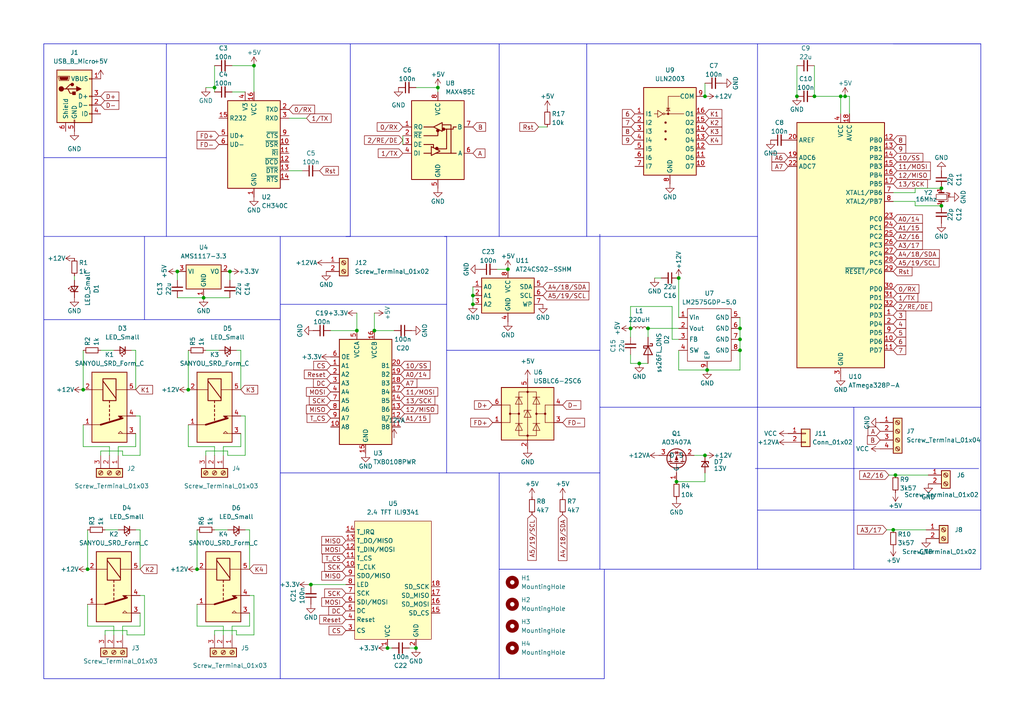
<source format=kicad_sch>
(kicad_sch (version 20230121) (generator eeschema)
  (paper "A4")
  (junction (at 62.23 25.4))
  (junction (at 57.15 165.1))
  (junction (at 214.63 95.25))
  (junction (at 120.65 187.96))
  (junction (at 273.05 54.61))
  (junction (at 185.42 105.41))
  (junction (at 231.14 27.94))
  (junction (at 214.63 101.6))
  (junction (at 24.13 113.03))
  (junction (at 112.395 187.96))
  (junction (at 205.105 107.315))
  (junction (at 196.215 139.7))
  (junction (at 196.85 80.645))
  (junction (at 259.08 153.67))
  (junction (at 236.22 27.94))
  (junction (at 25.4 165.1))
  (junction (at 103.505 95.885))
  (junction (at 147.32 78.105))
  (junction (at 182.88 95.25))
  (junction (at 245.11 27.94))
  (junction (at 108.585 95.885))
  (junction (at 204.47 27.94))
  (junction (at 273.05 59.69))
  (junction (at 59.055 86.36))
  (junction (at 137.16 88.265))
  (junction (at 90.17 169.545))
  (junction (at 66.675 78.74))
  (junction (at 187.96 95.25))
  (junction (at 259.715 137.795))
  (junction (at 137.16 85.725))
  (junction (at 54.61 113.03))
  (junction (at 51.435 78.74))
  (junction (at 243.84 27.94))
  (junction (at 127 25.4))
  (junction (at 204.47 132.08))
  (junction (at 73.66 19.05))
  (junction (at 214.63 98.425))
  (polyline (pts (xy 144.78 196.85) (xy 144.78 137.16)))
  (wire (pts (xy 214.63 98.425) (xy 214.63 101.6)))
  (wire (pts (xy 89.535 169.545) (xy 90.17 169.545)))
  (polyline (pts (xy 12.7 12.7) (xy 12.7 196.85)))
  (wire (pts (xy 72.39 165.1) (xy 72.39 153.67)))
  (polyline (pts (xy 170.18 12.7) (xy 170.18 68.58)))
  (wire (pts (xy 73.66 172.72) (xy 73.66 184.15)))
  (wire (pts (xy 54.61 123.19) (xy 54.61 129.54)))
  (polyline (pts (xy 144.78 12.7) (xy 144.78 68.58)))
  (wire (pts (xy 265.43 59.69) (xy 273.05 59.69)))
  (wire (pts (xy 156.21 36.83) (xy 158.75 36.83)))
  (polyline (pts (xy 129.54 137.16) (xy 129.54 68.58)))
  (wire (pts (xy 59.055 86.36) (xy 66.675 86.36)))
  (polyline (pts (xy 247.65 135.89) (xy 247.65 165.1)))
  (wire (pts (xy 51.435 78.74) (xy 51.435 81.28)))
  (wire (pts (xy 68.58 182.88) (xy 62.23 182.88)))
  (polyline (pts (xy 12.7 196.85) (xy 175.26 196.85)))
  (wire (pts (xy 201.295 132.08) (xy 204.47 132.08)))
  (wire (pts (xy 29.21 130.81) (xy 29.21 132.08)))
  (wire (pts (xy 182.88 95.25) (xy 182.88 97.79)))
  (wire (pts (xy 62.23 25.4) (xy 62.23 26.67)))
  (polyline (pts (xy 48.26 12.7) (xy 48.26 68.58)))
  (polyline (pts (xy 173.99 118.11) (xy 219.71 118.11)))
  (wire (pts (xy 33.02 184.15) (xy 33.02 181.61)))
  (wire (pts (xy 59.69 101.6) (xy 63.5 101.6)))
  (wire (pts (xy 214.63 107.315) (xy 205.105 107.315)))
  (wire (pts (xy 196.85 107.315) (xy 205.105 107.315)))
  (wire (pts (xy 59.69 130.81) (xy 59.69 132.08)))
  (wire (pts (xy 196.215 139.7) (xy 204.47 139.7)))
  (polyline (pts (xy 129.54 68.58) (xy 128.905 68.58)))
  (wire (pts (xy 71.12 132.08) (xy 66.04 132.08)))
  (wire (pts (xy 112.395 187.96) (xy 113.665 187.96)))
  (wire (pts (xy 35.56 132.08) (xy 35.56 130.81)))
  (wire (pts (xy 108.585 90.805) (xy 108.585 95.885)))
  (wire (pts (xy 144.145 78.105) (xy 147.32 78.105)))
  (wire (pts (xy 39.37 113.03) (xy 39.37 101.6)))
  (polyline (pts (xy 12.7 68.58) (xy 219.71 68.58)))
  (polyline (pts (xy 129.54 101.6) (xy 173.99 101.6)))
  (wire (pts (xy 57.15 175.26) (xy 57.15 181.61)))
  (wire (pts (xy 54.61 101.6) (xy 54.61 113.03)))
  (polyline (pts (xy 284.48 165.1) (xy 284.48 12.7)))
  (wire (pts (xy 236.22 27.94) (xy 243.84 27.94)))
  (polyline (pts (xy 101.6 68.58) (xy 100.33 68.58)))
  (wire (pts (xy 31.75 132.08) (xy 31.75 129.54)))
  (wire (pts (xy 67.31 26.67) (xy 71.12 26.67)))
  (wire (pts (xy 118.745 187.96) (xy 120.65 187.96)))
  (wire (pts (xy 236.22 19.05) (xy 236.22 27.94)))
  (wire (pts (xy 25.4 153.67) (xy 25.4 165.1)))
  (wire (pts (xy 24.13 123.19) (xy 24.13 129.54)))
  (wire (pts (xy 72.39 153.67) (xy 71.12 153.67)))
  (wire (pts (xy 40.64 165.1) (xy 40.64 153.67)))
  (polyline (pts (xy 219.71 147.955) (xy 284.48 147.955)))
  (wire (pts (xy 39.37 120.65) (xy 40.64 120.65)))
  (wire (pts (xy 73.66 19.05) (xy 73.66 26.67)))
  (wire (pts (xy 204.47 24.13) (xy 204.47 27.94)))
  (wire (pts (xy 24.13 129.54) (xy 31.75 129.54)))
  (wire (pts (xy 64.77 132.08) (xy 64.77 129.54)))
  (wire (pts (xy 116.84 39.37) (xy 116.84 41.91)))
  (wire (pts (xy 196.85 101.6) (xy 196.85 107.315)))
  (wire (pts (xy 259.08 58.42) (xy 265.43 58.42)))
  (wire (pts (xy 25.4 181.61) (xy 33.02 181.61)))
  (polyline (pts (xy 81.28 88.265) (xy 129.54 88.265)))
  (wire (pts (xy 41.91 172.72) (xy 41.91 184.15)))
  (wire (pts (xy 34.29 132.08) (xy 34.29 129.54)))
  (polyline (pts (xy 175.26 165.1) (xy 284.48 165.1)))
  (wire (pts (xy 259.715 137.795) (xy 269.24 137.795)))
  (wire (pts (xy 72.39 172.72) (xy 73.66 172.72)))
  (wire (pts (xy 187.96 95.25) (xy 196.85 95.25)))
  (polyline (pts (xy 101.6 12.7) (xy 101.6 68.58)))
  (wire (pts (xy 40.64 177.8) (xy 40.64 181.61)))
  (wire (pts (xy 120.65 25.4) (xy 127 25.4)))
  (wire (pts (xy 103.505 90.805) (xy 103.505 95.885)))
  (wire (pts (xy 67.31 184.15) (xy 67.31 181.61)))
  (wire (pts (xy 66.04 130.81) (xy 59.69 130.81)))
  (wire (pts (xy 69.85 125.73) (xy 69.85 129.54)))
  (wire (pts (xy 67.31 19.05) (xy 73.66 19.05)))
  (wire (pts (xy 62.23 153.67) (xy 66.04 153.67)))
  (polyline (pts (xy 144.78 137.16) (xy 173.99 137.16)))
  (polyline (pts (xy 173.99 67.945) (xy 173.99 165.1)))
  (wire (pts (xy 257.175 153.67) (xy 259.08 153.67)))
  (wire (pts (xy 40.64 153.67) (xy 39.37 153.67)))
  (wire (pts (xy 185.42 105.41) (xy 187.96 105.41)))
  (polyline (pts (xy 81.28 92.71) (xy 12.7 92.71)))
  (wire (pts (xy 25.4 175.26) (xy 25.4 181.61)))
  (wire (pts (xy 246.38 33.02) (xy 246.38 27.94)))
  (wire (pts (xy 66.04 132.08) (xy 66.04 130.81)))
  (wire (pts (xy 257.81 137.795) (xy 259.715 137.795)))
  (polyline (pts (xy 81.28 68.58) (xy 81.28 92.71)))
  (polyline (pts (xy 219.71 118.11) (xy 284.48 118.11)))
  (wire (pts (xy 187.96 95.25) (xy 187.96 97.79)))
  (wire (pts (xy 95.885 95.885) (xy 103.505 95.885)))
  (wire (pts (xy 71.12 120.65) (xy 71.12 132.08)))
  (wire (pts (xy 30.48 182.88) (xy 30.48 184.15)))
  (wire (pts (xy 259.08 55.88) (xy 265.43 55.88)))
  (wire (pts (xy 67.31 181.61) (xy 72.39 181.61)))
  (wire (pts (xy 243.84 27.94) (xy 243.84 33.02)))
  (polyline (pts (xy 41.91 68.58) (xy 41.91 92.71)))
  (wire (pts (xy 40.64 120.65) (xy 40.64 132.08)))
  (wire (pts (xy 69.85 101.6) (xy 68.58 101.6)))
  (wire (pts (xy 182.88 88.9) (xy 182.88 95.25)))
  (wire (pts (xy 182.88 105.41) (xy 185.42 105.41)))
  (wire (pts (xy 36.83 184.15) (xy 36.83 182.88)))
  (wire (pts (xy 69.85 113.03) (xy 69.85 101.6)))
  (wire (pts (xy 57.15 181.61) (xy 64.77 181.61)))
  (polyline (pts (xy 284.48 12.7) (xy 12.7 12.7)))
  (wire (pts (xy 39.37 125.73) (xy 39.37 129.54)))
  (polyline (pts (xy 175.26 196.85) (xy 175.26 165.1)))
  (wire (pts (xy 265.43 58.42) (xy 265.43 59.69)))
  (wire (pts (xy 35.56 181.61) (xy 40.64 181.61)))
  (polyline (pts (xy 81.28 196.85) (xy 81.28 92.71)))
  (wire (pts (xy 214.63 92.075) (xy 214.63 95.25)))
  (wire (pts (xy 51.435 86.36) (xy 59.055 86.36)))
  (wire (pts (xy 29.21 101.6) (xy 33.02 101.6)))
  (wire (pts (xy 30.48 153.67) (xy 34.29 153.67)))
  (wire (pts (xy 41.91 184.15) (xy 36.83 184.15)))
  (wire (pts (xy 246.38 27.94) (xy 245.11 27.94)))
  (wire (pts (xy 137.16 85.725) (xy 137.16 88.265)))
  (wire (pts (xy 214.63 101.6) (xy 214.63 107.315)))
  (wire (pts (xy 245.11 27.94) (xy 243.84 27.94)))
  (polyline (pts (xy 219.71 12.7) (xy 219.71 165.1)))
  (wire (pts (xy 88.9 34.29) (xy 83.82 34.29)))
  (wire (pts (xy 265.43 54.61) (xy 273.05 54.61)))
  (wire (pts (xy 182.88 102.87) (xy 182.88 105.41)))
  (wire (pts (xy 35.56 184.15) (xy 35.56 181.61)))
  (wire (pts (xy 34.29 129.54) (xy 39.37 129.54)))
  (polyline (pts (xy 219.075 135.89) (xy 283.845 135.89)))
  (wire (pts (xy 54.61 129.54) (xy 62.23 129.54)))
  (wire (pts (xy 196.85 80.645) (xy 196.85 92.075)))
  (wire (pts (xy 64.77 129.54) (xy 69.85 129.54)))
  (wire (pts (xy 40.64 132.08) (xy 35.56 132.08)))
  (polyline (pts (xy 144.78 137.16) (xy 81.28 137.16)))
  (wire (pts (xy 204.47 137.16) (xy 204.47 139.7)))
  (wire (pts (xy 73.66 184.15) (xy 68.58 184.15)))
  (wire (pts (xy 194.945 98.425) (xy 194.945 88.9)))
  (wire (pts (xy 35.56 130.81) (xy 29.21 130.81)))
  (wire (pts (xy 64.77 184.15) (xy 64.77 181.61)))
  (wire (pts (xy 62.23 182.88) (xy 62.23 184.15)))
  (wire (pts (xy 40.64 172.72) (xy 41.91 172.72)))
  (wire (pts (xy 189.865 80.645) (xy 191.77 80.645)))
  (wire (pts (xy 90.17 169.545) (xy 90.17 170.18)))
  (polyline (pts (xy 259.08 12.7) (xy 284.48 12.7)))
  (wire (pts (xy 24.13 101.6) (xy 24.13 113.03)))
  (wire (pts (xy 66.675 78.74) (xy 66.675 81.28)))
  (wire (pts (xy 72.39 177.8) (xy 72.39 181.61)))
  (polyline (pts (xy 12.7 45.72) (xy 48.26 45.72)))
  (wire (pts (xy 127 25.4) (xy 127 26.67)))
  (wire (pts (xy 39.37 101.6) (xy 38.1 101.6)))
  (wire (pts (xy 265.43 55.88) (xy 265.43 54.61)))
  (wire (pts (xy 21.59 80.01) (xy 21.59 81.28)))
  (wire (pts (xy 259.08 153.67) (xy 268.605 153.67)))
  (wire (pts (xy 196.85 98.425) (xy 194.945 98.425)))
  (polyline (pts (xy 247.65 118.11) (xy 247.65 135.89)))
  (wire (pts (xy 231.14 19.05) (xy 231.14 27.94)))
  (wire (pts (xy 68.58 184.15) (xy 68.58 182.88)))
  (wire (pts (xy 36.83 182.88) (xy 30.48 182.88)))
  (polyline (pts (xy 144.78 165.1) (xy 175.26 165.1)))
  (wire (pts (xy 69.85 120.65) (xy 71.12 120.65)))
  (wire (pts (xy 62.23 19.05) (xy 62.23 25.4)))
  (wire (pts (xy 62.23 132.08) (xy 62.23 129.54)))
  (wire (pts (xy 57.15 153.67) (xy 57.15 165.1)))
  (wire (pts (xy 214.63 95.25) (xy 214.63 98.425)))
  (wire (pts (xy 83.82 49.53) (xy 87.63 49.53)))
  (wire (pts (xy 108.585 95.885) (xy 114.3 95.885)))
  (wire (pts (xy 90.17 169.545) (xy 100.33 169.545)))
  (wire (pts (xy 194.945 88.9) (xy 182.88 88.9)))
  (wire (pts (xy 137.16 83.185) (xy 137.16 85.725)))
  (wire (pts (xy 59.69 25.4) (xy 62.23 25.4)))
  (global_label "MOSI" (shape input) (at 100.33 159.385 180) (property "Intersheetrefs" "${INTERSHEET_REFS}" (effects hide)))
  (global_label "9" (shape input) (at 184.15 40.64 180) (property "Intersheetrefs" "${INTERSHEET_REFS}" (effects hide)))
  (global_label "A3{slash}17" (shape input) (at 257.175 153.67 180) (property "Intersheetrefs" "${INTERSHEET_REFS}" (effects hide)))
  (global_label "11{slash}MOSI" (shape input) (at 116.205 113.665 0) (property "Intersheetrefs" "${INTERSHEET_REFS}" (effects hide)))
  (global_label "1{slash}TX" (shape input) (at 116.84 44.45 180) (property "Intersheetrefs" "${INTERSHEET_REFS}" (effects hide)))
  (global_label "K2" (shape input) (at 204.47 35.56 0) (property "Intersheetrefs" "${INTERSHEET_REFS}" (effects hide)))
  (global_label "B" (shape input) (at 255.27 127.635 180) (property "Intersheetrefs" "${INTERSHEET_REFS}" (effects hide)))
  (global_label "10{slash}SS" (shape input) (at 259.08 45.72 0) (property "Intersheetrefs" "${INTERSHEET_REFS}" (effects hide)))
  (global_label "D+" (shape input) (at 142.875 117.475 180) (property "Intersheetrefs" "${INTERSHEET_REFS}" (effects hide)))
  (global_label "A6" (shape input) (at 228.6 45.72 180) (property "Intersheetrefs" "${INTERSHEET_REFS}" (effects hide)))
  (global_label "12{slash}MISO" (shape input) (at 259.08 50.8 0) (property "Intersheetrefs" "${INTERSHEET_REFS}" (effects hide)))
  (global_label "A5{slash}19{slash}SCL" (shape input) (at 154.305 149.225 270) (property "Intersheetrefs" "${INTERSHEET_REFS}" (effects hide)))
  (global_label "MOSI" (shape input) (at 95.885 113.665 180) (property "Intersheetrefs" "${INTERSHEET_REFS}" (effects hide)))
  (global_label "0{slash}RX" (shape input) (at 83.82 31.75 0) (property "Intersheetrefs" "${INTERSHEET_REFS}" (effects hide)))
  (global_label "MISO" (shape input) (at 95.885 118.745 180) (property "Intersheetrefs" "${INTERSHEET_REFS}" (effects hide)))
  (global_label "K4" (shape input) (at 204.47 40.64 0) (property "Intersheetrefs" "${INTERSHEET_REFS}" (effects hide)))
  (global_label "D+" (shape input) (at 29.21 27.94 0) (property "Intersheetrefs" "${INTERSHEET_REFS}" (effects hide)))
  (global_label "MISO" (shape input) (at 100.33 167.005 180) (property "Intersheetrefs" "${INTERSHEET_REFS}" (effects hide)))
  (global_label "FD-" (shape input) (at 63.5 41.91 180) (property "Intersheetrefs" "${INTERSHEET_REFS}" (effects hide)))
  (global_label "SCK" (shape input) (at 95.885 116.205 180) (property "Intersheetrefs" "${INTERSHEET_REFS}" (effects hide)))
  (global_label "Reset" (shape input) (at 100.33 179.705 180) (property "Intersheetrefs" "${INTERSHEET_REFS}" (effects hide)))
  (global_label "K4" (shape input) (at 72.39 165.1 0) (property "Intersheetrefs" "${INTERSHEET_REFS}" (effects hide)))
  (global_label "D-" (shape input) (at 163.195 117.475 0) (property "Intersheetrefs" "${INTERSHEET_REFS}" (effects hide)))
  (global_label "A4{slash}18{slash}SDA" (shape input) (at 163.195 149.225 270) (property "Intersheetrefs" "${INTERSHEET_REFS}" (effects hide)))
  (global_label "A5{slash}19{slash}SCL" (shape input) (at 157.48 85.725 0) (property "Intersheetrefs" "${INTERSHEET_REFS}" (effects hide)))
  (global_label "CS" (shape input) (at 95.885 106.045 180) (property "Intersheetrefs" "${INTERSHEET_REFS}" (effects hide)))
  (global_label "K2" (shape input) (at 40.64 165.1 0) (property "Intersheetrefs" "${INTERSHEET_REFS}" (effects hide)))
  (global_label "3" (shape input) (at 259.08 91.44 0) (property "Intersheetrefs" "${INTERSHEET_REFS}" (effects hide)))
  (global_label "2{slash}RE{slash}DE" (shape input) (at 259.08 88.9 0) (property "Intersheetrefs" "${INTERSHEET_REFS}" (effects hide)))
  (global_label "DC" (shape input) (at 95.885 111.125 180) (property "Intersheetrefs" "${INTERSHEET_REFS}" (effects hide)))
  (global_label "13{slash}SCK" (shape input) (at 259.08 53.34 0) (property "Intersheetrefs" "${INTERSHEET_REFS}" (effects hide)))
  (global_label "6" (shape input) (at 184.15 33.02 180) (property "Intersheetrefs" "${INTERSHEET_REFS}" (effects hide)))
  (global_label "8" (shape input) (at 184.15 38.1 180) (property "Intersheetrefs" "${INTERSHEET_REFS}" (effects hide)))
  (global_label "Rst" (shape input) (at 259.08 78.74 0) (property "Intersheetrefs" "${INTERSHEET_REFS}" (effects hide)))
  (global_label "A7" (shape input) (at 228.6 48.26 180) (property "Intersheetrefs" "${INTERSHEET_REFS}" (effects hide)))
  (global_label "MISO" (shape input) (at 100.33 156.845 180) (property "Intersheetrefs" "${INTERSHEET_REFS}" (effects hide)))
  (global_label "12{slash}MISO" (shape input) (at 116.205 118.745 0) (property "Intersheetrefs" "${INTERSHEET_REFS}" (effects hide)))
  (global_label "A2{slash}16" (shape input) (at 257.81 137.795 180) (property "Intersheetrefs" "${INTERSHEET_REFS}" (effects hide)))
  (global_label "13{slash}SCK" (shape input) (at 116.205 116.205 0) (property "Intersheetrefs" "${INTERSHEET_REFS}" (effects hide)))
  (global_label "9" (shape input) (at 259.08 43.18 0) (property "Intersheetrefs" "${INTERSHEET_REFS}" (effects hide)))
  (global_label "7" (shape input) (at 259.08 101.6 0) (property "Intersheetrefs" "${INTERSHEET_REFS}" (effects hide)))
  (global_label "A0{slash}14" (shape input) (at 259.08 63.5 0) (property "Intersheetrefs" "${INTERSHEET_REFS}" (effects hide)))
  (global_label "B" (shape input) (at 137.16 36.83 0) (property "Intersheetrefs" "${INTERSHEET_REFS}" (effects hide)))
  (global_label "A2{slash}16" (shape input) (at 259.08 68.58 0) (property "Intersheetrefs" "${INTERSHEET_REFS}" (effects hide)))
  (global_label "0{slash}RX" (shape input) (at 259.08 83.82 0) (property "Intersheetrefs" "${INTERSHEET_REFS}" (effects hide)))
  (global_label "Rst" (shape input) (at 156.21 36.83 180) (property "Intersheetrefs" "${INTERSHEET_REFS}" (effects hide)))
  (global_label "A" (shape input) (at 255.27 125.095 180) (property "Intersheetrefs" "${INTERSHEET_REFS}" (effects hide)))
  (global_label "A" (shape input) (at 137.16 44.45 0) (property "Intersheetrefs" "${INTERSHEET_REFS}" (effects hide)))
  (global_label "K3" (shape input) (at 69.85 113.03 0) (property "Intersheetrefs" "${INTERSHEET_REFS}" (effects hide)))
  (global_label "A1{slash}15" (shape input) (at 259.08 66.04 0) (property "Intersheetrefs" "${INTERSHEET_REFS}" (effects hide)))
  (global_label "FD-" (shape input) (at 163.195 122.555 0) (property "Intersheetrefs" "${INTERSHEET_REFS}" (effects hide)))
  (global_label "A4{slash}18{slash}SDA" (shape input) (at 259.08 73.66 0) (property "Intersheetrefs" "${INTERSHEET_REFS}" (effects hide)))
  (global_label "T_CS" (shape input) (at 100.33 161.925 180) (property "Intersheetrefs" "${INTERSHEET_REFS}" (effects hide)))
  (global_label "A3{slash}17" (shape input) (at 259.08 71.12 0) (property "Intersheetrefs" "${INTERSHEET_REFS}" (effects hide)))
  (global_label "FD+" (shape input) (at 142.875 122.555 180) (property "Intersheetrefs" "${INTERSHEET_REFS}" (effects hide)))
  (global_label "Reset" (shape input) (at 95.885 108.585 180) (property "Intersheetrefs" "${INTERSHEET_REFS}" (effects hide)))
  (global_label "D-" (shape input) (at 29.21 30.48 0) (property "Intersheetrefs" "${INTERSHEET_REFS}" (effects hide)))
  (global_label "10{slash}SS" (shape input) (at 116.205 106.045 0) (property "Intersheetrefs" "${INTERSHEET_REFS}" (effects hide)))
  (global_label "1{slash}TX" (shape input) (at 88.9 34.29 0) (property "Intersheetrefs" "${INTERSHEET_REFS}" (effects hide)))
  (global_label "A1{slash}15" (shape input) (at 116.205 121.285 0) (property "Intersheetrefs" "${INTERSHEET_REFS}" (effects hide)))
  (global_label "A5{slash}19{slash}SCL" (shape input) (at 259.08 76.2 0) (property "Intersheetrefs" "${INTERSHEET_REFS}" (effects hide)))
  (global_label "A4{slash}18{slash}SDA" (shape input) (at 157.48 83.185 0) (property "Intersheetrefs" "${INTERSHEET_REFS}" (effects hide)))
  (global_label "K1" (shape input) (at 39.37 113.03 0) (property "Intersheetrefs" "${INTERSHEET_REFS}" (effects hide)))
  (global_label "MOSI" (shape input) (at 100.33 174.625 180) (property "Intersheetrefs" "${INTERSHEET_REFS}" (effects hide)))
  (global_label "A0{slash}14" (shape input) (at 116.205 108.585 0) (property "Intersheetrefs" "${INTERSHEET_REFS}" (effects hide)))
  (global_label "8" (shape input) (at 259.08 40.64 0) (property "Intersheetrefs" "${INTERSHEET_REFS}" (effects hide)))
  (global_label "SCK" (shape input) (at 100.33 164.465 180) (property "Intersheetrefs" "${INTERSHEET_REFS}" (effects hide)))
  (global_label "DC" (shape input) (at 100.33 177.165 180) (property "Intersheetrefs" "${INTERSHEET_REFS}" (effects hide)))
  (global_label "6" (shape input) (at 259.08 99.06 0) (property "Intersheetrefs" "${INTERSHEET_REFS}" (effects hide)))
  (global_label "7" (shape input) (at 184.15 35.56 180) (property "Intersheetrefs" "${INTERSHEET_REFS}" (effects hide)))
  (global_label "4" (shape input) (at 259.08 93.98 0) (property "Intersheetrefs" "${INTERSHEET_REFS}" (effects hide)))
  (global_label "CS" (shape input) (at 100.33 182.88 180) (property "Intersheetrefs" "${INTERSHEET_REFS}" (effects hide)))
  (global_label "SCK" (shape input) (at 100.33 172.085 180) (property "Intersheetrefs" "${INTERSHEET_REFS}" (effects hide)))
  (global_label "A7" (shape input) (at 116.205 111.125 0) (property "Intersheetrefs" "${INTERSHEET_REFS}" (effects hide)))
  (global_label "0{slash}RX" (shape input) (at 116.84 36.83 180) (property "Intersheetrefs" "${INTERSHEET_REFS}" (effects hide)))
  (global_label "K3" (shape input) (at 204.47 38.1 0) (property "Intersheetrefs" "${INTERSHEET_REFS}" (effects hide)))
  (global_label "2{slash}RE{slash}DE" (shape input) (at 116.84 40.64 180) (property "Intersheetrefs" "${INTERSHEET_REFS}" (effects hide)))
  (global_label "Rst" (shape input) (at 92.71 49.53 0) (property "Intersheetrefs" "${INTERSHEET_REFS}" (effects hide)))
  (global_label "FD+" (shape input) (at 63.5 39.37 180) (property "Intersheetrefs" "${INTERSHEET_REFS}" (effects hide)))
  (global_label "K1" (shape input) (at 204.47 33.02 0) (property "Intersheetrefs" "${INTERSHEET_REFS}" (effects hide)))
  (global_label "1{slash}TX" (shape input) (at 259.08 86.36 0) (property "Intersheetrefs" "${INTERSHEET_REFS}" (effects hide)))
  (global_label "T_CS" (shape input) (at 95.885 121.285 180) (property "Intersheetrefs" "${INTERSHEET_REFS}" (effects hide)))
  (global_label "5" (shape input) (at 259.08 96.52 0) (property "Intersheetrefs" "${INTERSHEET_REFS}" (effects hide)))
  (global_label "11{slash}MOSI" (shape input) (at 259.08 48.26 0) (property "Intersheetrefs" "${INTERSHEET_REFS}" (effects hide)))
  (symbol (lib_id "power:+12V") (at 54.61 113.03 90) (unit 1)
    (property "Reference" "#PWR011" (effects hide))
    (property "Value" "+12V" (at 52.07 113.03 90) (effects (justify left)))
  )
  (symbol (lib_id "power:+5V") (at 259.08 158.75 180) (unit 1)
    (property "Reference" "#PWR042" (effects hide))
    (property "Value" "+5V" (at 259.08 162.56 0))
  )
  (symbol (lib_id "Connector:Screw_Terminal_01x03") (at 31.75 137.16 270) (unit 1)
    (property "Reference" "J2" (at 36.83 135.89 90) (effects (justify left)))
    (property "Value" "Screw_Terminal_01x03" (at 21.59 140.97 90) (effects (justify left)))
    (property "Footprint" "TerminalBlock_Phoenix:TerminalBlock_Phoenix_MKDS-1,5-3_1x03_P5.00mm_Horizontal" (effects hide))
  )
  (symbol (lib_id "power:GND") (at 273.05 64.77 0) (unit 1)
    (property "Reference" "#PWR040" (effects hide))
    (property "Value" "GND" (at 273.05 68.58 0))
  )
  (symbol (lib_id "AmojeSymbole:ILI9341_2.4_spi_240x320") (at 114.3 146.05 0) (unit 1)
    (property "Reference" "U5" (at 113.9825 146.05 0))
    (property "Value" "2.4 TFT ILI9341" (at 113.9825 148.59 0))
    (property "Footprint" "0moja:2.4 tft  ILI9341" (effects hide))
  )
  (symbol (lib_id "Relay:SANYOU_SRD_Form_C") (at 64.77 170.18 270) (unit 1)
    (property "Reference" "K4" (at 64.77 154.94 90))
    (property "Value" "SANYOU_SRD_Form_C" (at 64.77 157.48 90))
    (property "Footprint" "Relay_THT:Relay_SPDT_SANYOU_SRD_Series_Form_C" (effects hide))
    (property "Datasheet" "http://www.sanyourelay.ca/public/products/pdf/SRD.pdf" (effects hide))
  )
  (symbol (lib_id "power:+3.3V") (at 112.395 187.96 90) (unit 1)
    (property "Reference" "#PWR023" (effects hide))
    (property "Value" "+3.3V" (at 109.855 187.96 90) (effects (justify left)))
  )
  (symbol (lib_id "Device:C_Small") (at 182.88 100.33 180) (unit 1)
    (property "Reference" "C15" (at 177.8 100.33 90))
    (property "Value" "22u" (at 180.34 100.33 90))
    (property "Footprint" "Capacitor_SMD:C_0805_2012Metric_Pad1.18x1.45mm_HandSolder" (effects hide))
  )
  (symbol (lib_id "power:GND") (at 137.16 88.265 0) (unit 1)
    (property "Reference" "#PWR061" (effects hide))
    (property "Value" "GND" (at 137.16 92.075 0))
  )
  (symbol (lib_id "Device:C_Small") (at 141.605 78.105 90) (unit 1)
    (property "Reference" "C23" (at 141.605 73.025 90))
    (property "Value" "100n" (at 141.605 75.565 90))
    (property "Footprint" "Capacitor_SMD:C_0805_2012Metric_Pad1.18x1.45mm_HandSolder" (effects hide))
  )
  (symbol (lib_id "Device:R_Small") (at 158.75 34.29 0) (unit 1)
    (property "Reference" "R17" (at 160.02 33.02 0) (effects (justify left)))
    (property "Value" "10k" (at 160.02 35.56 0) (effects (justify left)))
    (property "Footprint" "Resistor_SMD:R_0805_2012Metric_Pad1.20x1.40mm_HandSolder" (effects hide))
  )
  (symbol (lib_id "Device:R_Small") (at 196.215 142.24 0) (unit 1)
    (property "Reference" "R4" (at 197.485 140.97 0) (effects (justify left)))
    (property "Value" "10k" (at 197.485 143.51 0) (effects (justify left)))
    (property "Footprint" "Resistor_SMD:R_0805_2012Metric_Pad1.20x1.40mm_HandSolder" (effects hide))
  )
  (symbol (lib_id "MCU_Microchip_ATmega:ATmega328P-A") (at 243.84 71.12 0) (unit 1)
    (property "Reference" "U10" (at 246.0341 109.22 0) (effects (justify left)))
    (property "Value" "ATmega328P-A" (at 246.0341 111.76 0) (effects (justify left)))
    (property "Footprint" "Package_QFP:TQFP-32_7x7mm_P0.8mm" (effects hide))
    (property "Datasheet" "http://ww1.microchip.com/downloads/en/DeviceDoc/ATmega328_P%20AVR%20MCU%20with%20picoPower%20Technology%20Data%20Sheet%2040001984A.pdf" (effects hide))
  )
  (symbol (lib_id "power:+5V") (at 153.035 109.855 0) (unit 1)
    (property "Reference" "#PWR019" (effects hide))
    (property "Value" "+5V" (at 153.035 104.775 0))
  )
  (symbol (lib_id "power:GND") (at 231.14 27.94 0) (unit 1)
    (property "Reference" "#PWR032" (effects hide))
    (property "Value" "GND" (at 231.14 31.75 0))
  )
  (symbol (lib_id "Device:C_Small") (at 233.68 27.94 90) (unit 1)
    (property "Reference" "C10" (at 233.68 22.86 90))
    (property "Value" "100n" (at 233.68 25.4 90))
    (property "Footprint" "Capacitor_SMD:C_0805_2012Metric_Pad1.18x1.45mm_HandSolder" (effects hide))
  )
  (symbol (lib_id "power:GND") (at 59.69 25.4 0) (unit 1)
    (property "Reference" "#PWR013" (effects hide))
    (property "Value" "GND" (at 59.69 29.21 0))
  )
  (symbol (lib_id "Device:Crystal_GND2_Small") (at 273.05 57.15 90) (unit 1)
    (property "Reference" "Y2" (at 270.51 55.88 90) (effects (justify left)))
    (property "Value" "16Mhz" (at 271.78 57.785 90) (effects (justify left)))
    (property "Footprint" "Crystal:Resonator_SMD_Murata_CSTxExxV-3Pin_3.0x1.1mm_HandSoldering" (effects hide))
  )
  (symbol (lib_id "power:GND") (at 21.59 86.36 0) (unit 1)
    (property "Reference" "#PWR03" (effects hide))
    (property "Value" "GND" (at 21.59 90.17 0))
  )
  (symbol (lib_id "power:+5V") (at 158.75 31.75 0) (unit 1)
    (property "Reference" "#PWR026" (effects hide))
    (property "Value" "+5V" (at 158.75 27.94 0))
  )
  (symbol (lib_id "Device:R_Small") (at 26.67 101.6 90) (unit 1)
    (property "Reference" "R2" (at 25.4 100.33 0) (effects (justify left)))
    (property "Value" "1k" (at 27.94 100.33 0) (effects (justify left)))
    (property "Footprint" "Resistor_SMD:R_0805_2012Metric_Pad1.20x1.40mm_HandSolder" (effects hide))
  )
  (symbol (lib_id "power:GND") (at 120.65 187.96 0) (unit 1)
    (property "Reference" "#PWR038" (effects hide))
    (property "Value" "GND" (at 120.65 191.77 0))
  )
  (symbol (lib_id "Device:R_Small") (at 27.94 153.67 90) (unit 1)
    (property "Reference" "R3" (at 26.67 152.4 0) (effects (justify left)))
    (property "Value" "1k" (at 29.21 152.4 0) (effects (justify left)))
    (property "Footprint" "Resistor_SMD:R_0805_2012Metric_Pad1.20x1.40mm_HandSolder" (effects hide))
  )
  (symbol (lib_id "Interface_USB:CH340C") (at 73.66 41.91 0) (unit 1)
    (property "Reference" "U2" (at 75.8541 57.15 0) (effects (justify left)))
    (property "Value" "CH340C" (at 75.8541 59.69 0) (effects (justify left)))
    (property "Footprint" "Package_SO:SOIC-16_3.9x9.9mm_P1.27mm" (effects hide))
    (property "Datasheet" "https://datasheet.lcsc.com/szlcsc/Jiangsu-Qin-Heng-CH340C_C84681.pdf" (effects hide))
  )
  (symbol (lib_id "Device:C_Small") (at 93.345 95.885 90) (unit 1)
    (property "Reference" "C19" (at 93.345 90.805 90))
    (property "Value" "100n" (at 93.345 93.345 90))
    (property "Footprint" "Capacitor_SMD:C_0805_2012Metric_Pad1.18x1.45mm_HandSolder" (effects hide))
  )
  (symbol (lib_id "power:GND") (at 273.05 49.53 180) (unit 1)
    (property "Reference" "#PWR039" (effects hide))
    (property "Value" "GND" (at 273.05 45.72 0))
  )
  (symbol (lib_id "power:VCC") (at 228.6 125.73 90) (unit 1)
    (property "Reference" "#PWR051" (effects hide))
    (property "Value" "VCC" (at 225.425 125.73 90) (effects (justify left)))
  )
  (symbol (lib_id "Device:C_Small") (at 64.77 19.05 90) (unit 1)
    (property "Reference" "C3" (at 64.77 13.97 90))
    (property "Value" "100n" (at 64.77 16.51 90))
    (property "Footprint" "Capacitor_SMD:C_0805_2012Metric_Pad1.18x1.45mm_HandSolder" (effects hide))
  )
  (symbol (lib_id "AmojeSymbole:AO3407A") (at 191.77 128.27 90) (unit 1)
    (property "Reference" "Q1" (at 196.215 125.73 90))
    (property "Value" "AO3407A" (at 196.215 128.27 90))
    (property "Footprint" "Package_TO_SOT_SMD:SOT-23-3" (effects hide))
  )
  (symbol (lib_id "Device:C_Small") (at 118.11 25.4 90) (unit 1)
    (property "Reference" "C6" (at 118.11 20.32 90))
    (property "Value" "100n" (at 118.11 22.86 90))
    (property "Footprint" "Capacitor_SMD:C_0805_2012Metric_Pad1.18x1.45mm_HandSolder" (effects hide))
  )
  (symbol (lib_id "power:+5V") (at 154.305 144.145 0) (unit 1)
    (property "Reference" "#PWR063" (effects hide))
    (property "Value" "+5V" (at 154.305 140.335 0))
  )
  (symbol (lib_id "power:+12VA") (at 191.135 132.08 90) (unit 1)
    (property "Reference" "#PWR066" (effects hide))
    (property "Value" "+12VA" (at 188.595 132.08 90) (effects (justify left)))
  )
  (symbol (lib_id "power:+12VA") (at 228.6 128.27 90) (unit 1)
    (property "Reference" "#PWR050" (effects hide))
    (property "Value" "+12VA" (at 226.06 128.27 90) (effects (justify left)))
  )
  (symbol (lib_id "power:GND") (at 157.48 88.265 0) (unit 1)
    (property "Reference" "#PWR060" (effects hide))
    (property "Value" "GND" (at 157.48 92.075 0))
  )
  (symbol (lib_id "power:GND") (at 119.38 95.885 90) (unit 1)
    (property "Reference" "#PWR055" (effects hide))
    (property "Value" "GND" (at 123.19 95.885 0))
  )
  (symbol (lib_id "Device:R_Small") (at 259.715 140.335 0) (unit 1)
    (property "Reference" "R9" (at 260.985 139.065 0) (effects (justify left)))
    (property "Value" "3k57" (at 260.985 141.605 0) (effects (justify left)))
    (property "Footprint" "Resistor_SMD:R_0805_2012Metric_Pad1.20x1.40mm_HandSolder" (effects hide))
  )
  (symbol (lib_id "Device:R_Small") (at 21.59 77.47 0) (unit 1)
    (property "Reference" "R1" (at 22.86 76.2 0) (effects (justify left)))
    (property "Value" "1k" (at 22.86 78.74 0) (effects (justify left)))
    (property "Footprint" "Resistor_SMD:R_0805_2012Metric_Pad1.20x1.40mm_HandSolder" (effects hide))
  )
  (symbol (lib_id "power:GND") (at 189.865 80.645 0) (unit 1)
    (property "Reference" "#PWR065" (effects hide))
    (property "Value" "GND" (at 189.865 84.455 0))
  )
  (symbol (lib_id "Device:R_Small") (at 163.195 146.685 0) (unit 1)
    (property "Reference" "R7" (at 164.465 145.415 0) (effects (justify left)))
    (property "Value" "4k7" (at 164.465 147.955 0) (effects (justify left)))
    (property "Footprint" "Resistor_SMD:R_0805_2012Metric_Pad1.20x1.40mm_HandSolder" (effects hide))
  )
  (symbol (lib_id "Mechanical:MountingHole") (at 148.59 181.61 0) (unit 1)
    (property "Reference" "H3" (at 151.13 180.34 0) (effects (justify left)))
    (property "Value" "MountingHole" (at 151.13 182.88 0) (effects (justify left)))
    (property "Footprint" "MountingHole:MountingHole_3.2mm_M3_Pad" (effects hide))
  )
  (symbol (lib_id "Device:C_Small") (at 90.17 49.53 90) (unit 1)
    (property "Reference" "C5" (at 90.17 44.45 90))
    (property "Value" "100n" (at 90.17 46.99 90))
    (property "Footprint" "Capacitor_SMD:C_0805_2012Metric_Pad1.18x1.45mm_HandSolder" (effects hide))
  )
  (symbol (lib_id "Power_Protection:USBLC6-2SC6") (at 153.035 120.015 0) (unit 1)
    (property "Reference" "U6" (at 154.6861 107.95 0) (effects (justify left)))
    (property "Value" "USBLC6-2SC6" (at 154.6861 110.49 0) (effects (justify left)))
    (property "Footprint" "Package_TO_SOT_SMD:SOT-23-6" (effects hide))
    (property "Datasheet" "https://www.st.com/resource/en/datasheet/usblc6-2.pdf" (effects hide))
  )
  (symbol (lib_id "Device:LED_Small") (at 66.04 101.6 180) (unit 1)
    (property "Reference" "D5" (at 65.9765 95.25 0))
    (property "Value" "LED_Small" (at 65.9765 97.79 0))
    (property "Footprint" "LED_SMD:LED_0805_2012Metric_Pad1.15x1.40mm_HandSolder" (effects hide))
  )
  (symbol (lib_id "Device:D_Zener_Small") (at 204.47 134.62 270) (unit 1)
    (property "Reference" "D7" (at 207.01 133.985 90) (effects (justify left)))
    (property "Value" "13V" (at 207.01 135.89 90) (effects (justify left)))
    (property "Footprint" "Diode_SMD:D_SOD-323_HandSoldering" (effects hide))
  )
  (symbol (lib_id "power:+12V") (at 204.47 132.08 270) (unit 1)
    (property "Reference" "#PWR08" (effects hide))
    (property "Value" "+12V" (at 207.01 132.08 90) (effects (justify left)))
  )
  (symbol (lib_id "power:GND") (at 153.035 130.175 0) (unit 1)
    (property "Reference" "#PWR027" (effects hide))
    (property "Value" "GND" (at 153.035 133.985 0))
  )
  (symbol (lib_id "Device:C_Small") (at 51.435 83.82 180) (unit 1)
    (property "Reference" "C13" (at 46.355 83.82 90))
    (property "Value" "22u" (at 48.895 83.82 90))
    (property "Footprint" "Capacitor_SMD:C_0805_2012Metric_Pad1.18x1.45mm_HandSolder" (effects hide))
  )
  (symbol (lib_id "Device:LED_Small") (at 35.56 101.6 180) (unit 1)
    (property "Reference" "D3" (at 35.4965 95.25 0))
    (property "Value" "LED_Small" (at 35.4965 97.79 0))
    (property "Footprint" "LED_SMD:LED_0805_2012Metric_Pad1.15x1.40mm_HandSolder" (effects hide))
  )
  (symbol (lib_id "power:GND") (at 223.52 40.64 0) (unit 1)
    (property "Reference" "#PWR031" (effects hide))
    (property "Value" "GND" (at 223.52 44.45 0))
  )
  (symbol (lib_id "Device:R_Small") (at 259.08 156.21 0) (unit 1)
    (property "Reference" "R10" (at 260.35 154.94 0) (effects (justify left)))
    (property "Value" "3k57" (at 260.35 157.48 0) (effects (justify left)))
    (property "Footprint" "Resistor_SMD:R_0805_2012Metric_Pad1.20x1.40mm_HandSolder" (effects hide))
  )
  (symbol (lib_id "Logic_LevelTranslator:TXB0108DQSR") (at 106.045 113.665 0) (unit 1)
    (property "Reference" "U3" (at 108.2391 131.445 0) (effects (justify left)))
    (property "Value" "TXB0108PWR" (at 108.2391 133.985 0) (effects (justify left)))
    (property "Footprint" "Package_SO:TSSOP-20_4.4x6.5mm_P0.65mm" (effects hide))
    (property "Datasheet" "http://www.ti.com/lit/ds/symlink/txb0108.pdf" (effects hide))
  )
  (symbol (lib_id "power:GND") (at 139.065 78.105 270) (unit 1)
    (property "Reference" "#PWR057" (effects hide))
    (property "Value" "GND" (at 135.255 78.105 0))
  )
  (symbol (lib_id "power:+12V") (at 21.59 74.93 90) (unit 1)
    (property "Reference" "#PWR02" (effects hide))
    (property "Value" "+12V" (at 19.05 74.93 90) (effects (justify left)))
  )
  (symbol (lib_id "Relay:SANYOU_SRD_Form_C") (at 31.75 118.11 270) (unit 1)
    (property "Reference" "K1" (at 31.75 102.87 90))
    (property "Value" "SANYOU_SRD_Form_C" (at 31.75 105.41 90))
    (property "Footprint" "Relay_THT:Relay_SPDT_SANYOU_SRD_Series_Form_C" (effects hide))
    (property "Datasheet" "http://www.sanyourelay.ca/public/products/pdf/SRD.pdf" (effects hide))
  )
  (symbol (lib_id "power:GND") (at 59.055 86.36 0) (unit 1)
    (property "Reference" "#PWR020" (effects hide))
    (property "Value" "GND" (at 59.055 90.17 0))
  )
  (symbol (lib_id "power:GND") (at 268.605 156.21 0) (unit 1)
    (property "Reference" "#PWR045" (effects hide))
    (property "Value" "GND" (at 268.605 160.02 0))
  )
  (symbol (lib_id "Connector:Screw_Terminal_01x02") (at 273.685 153.67 0) (unit 1)
    (property "Reference" "J8" (at 276.86 153.67 0) (effects (justify left)))
    (property "Value" "Screw_Terminal_01x02" (at 261.62 160.02 0) (effects (justify left)))
    (property "Footprint" "Connector_Phoenix_MC:PhoenixContact_MC_1,5_2-G-3.5_1x02_P3.50mm_Horizontal" (effects hide))
  )
  (symbol (lib_id "power:GND") (at 106.045 131.445 0) (unit 1)
    (property "Reference" "#PWR018" (effects hide))
    (property "Value" "GND" (at 106.045 135.255 0))
  )
  (symbol (lib_id "power:GND") (at 275.59 57.15 90) (unit 1)
    (property "Reference" "#PWR046" (effects hide))
    (property "Value" "GND" (at 279.4 57.15 0))
  )
  (symbol (lib_id "Device:C_Small") (at 273.05 62.23 0) (unit 1)
    (property "Reference" "C12" (at 278.13 62.23 90))
    (property "Value" "22p" (at 275.59 62.23 90))
    (property "Footprint" "Capacitor_SMD:C_0603_1608Metric_Pad1.08x0.95mm_HandSolder" (effects hide))
  )
  (symbol (lib_id "power:GND") (at 115.57 25.4 0) (unit 1)
    (property "Reference" "#PWR022" (effects hide))
    (property "Value" "GND" (at 115.57 30.48 0))
  )
  (symbol (lib_id "power:GND") (at 243.84 109.22 0) (unit 1)
    (property "Reference" "#PWR033" (effects hide))
    (property "Value" "GND" (at 243.84 113.03 0))
  )
  (symbol (lib_id "power:+12VA") (at 114.3 127 0) (unit 1)
    (property "Reference" "#PWR010" (effects hide))
    (property "Value" "+12VA" (at 114.3 121.92 0))
  )
  (symbol (lib_id "Device:C_Small") (at 194.31 80.645 270) (unit 1)
    (property "Reference" "C16" (at 194.31 85.725 90))
    (property "Value" "22u" (at 194.31 83.185 90))
    (property "Footprint" "Capacitor_SMD:C_0805_2012Metric_Pad1.18x1.45mm_HandSolder" (effects hide))
  )
  (symbol (lib_id "Connector:Screw_Terminal_01x04") (at 260.35 125.095 0) (unit 1)
    (property "Reference" "J7" (at 262.89 125.095 0) (effects (justify left)))
    (property "Value" "Screw_Terminal_01x04" (at 262.89 127.635 0) (effects (justify left)))
    (property "Footprint" "Connector_Phoenix_MC:PhoenixContact_MC_1,5_4-G-3.81_1x04_P3.81mm_Horizontal" (effects hide))
  )
  (symbol (lib_id "power:GND") (at 205.105 107.315 0) (unit 1)
    (property "Reference" "#PWR048" (effects hide))
    (property "Value" "GND" (at 205.105 111.125 0))
  )
  (symbol (lib_id "power:GND") (at 147.32 93.345 0) (unit 1)
    (property "Reference" "#PWR059" (effects hide))
    (property "Value" "GND" (at 147.32 97.155 0))
  )
  (symbol (lib_id "Device:C_Small") (at 116.205 187.96 270) (unit 1)
    (property "Reference" "C22" (at 116.205 193.04 90))
    (property "Value" "100n" (at 116.205 190.5 90))
    (property "Footprint" "Capacitor_SMD:C_0805_2012Metric_Pad1.18x1.45mm_HandSolder" (effects hide))
  )
  (symbol (lib_id "Device:C_Small") (at 116.84 95.885 270) (unit 1)
    (property "Reference" "C20" (at 116.84 100.965 90))
    (property "Value" "100n" (at 116.84 98.425 90))
    (property "Footprint" "Capacitor_SMD:C_0805_2012Metric_Pad1.18x1.45mm_HandSolder" (effects hide))
  )
  (symbol (lib_id "Device:C_Small") (at 273.05 52.07 0) (unit 1)
    (property "Reference" "C11" (at 278.13 52.07 90))
    (property "Value" "22p" (at 275.59 52.07 90))
    (property "Footprint" "Capacitor_SMD:C_0603_1608Metric_Pad1.08x0.95mm_HandSolder" (effects hide))
  )
  (symbol (lib_id "Device:R_Small") (at 59.69 153.67 90) (unit 1)
    (property "Reference" "R6" (at 58.42 152.4 0) (effects (justify left)))
    (property "Value" "1k" (at 60.96 152.4 0) (effects (justify left)))
    (property "Footprint" "Resistor_SMD:R_0805_2012Metric_Pad1.20x1.40mm_HandSolder" (effects hide))
  )
  (symbol (lib_id "Device:C_Small") (at 66.675 83.82 0) (unit 1)
    (property "Reference" "C14" (at 71.755 83.82 90))
    (property "Value" "22u" (at 69.215 83.82 90))
    (property "Footprint" "Capacitor_SMD:C_0805_2012Metric_Pad1.18x1.45mm_HandSolder" (effects hide))
  )
  (symbol (lib_id "Device:LED_Small") (at 68.58 153.67 180) (unit 1)
    (property "Reference" "D6" (at 68.5165 147.32 0))
    (property "Value" "LED_Small" (at 68.5165 149.86 0))
    (property "Footprint" "LED_SMD:LED_0805_2012Metric_Pad1.15x1.40mm_HandSolder" (effects hide))
  )
  (symbol (lib_id "Device:R_Small") (at 57.15 101.6 90) (unit 1)
    (property "Reference" "R5" (at 55.88 100.33 0) (effects (justify left)))
    (property "Value" "1k" (at 58.42 100.33 0) (effects (justify left)))
    (property "Footprint" "Resistor_SMD:R_0805_2012Metric_Pad1.20x1.40mm_HandSolder" (effects hide))
  )
  (symbol (lib_id "Memory_EEPROM:AT24CS02-SSHM") (at 147.32 85.725 0) (unit 1)
    (property "Reference" "U11" (at 149.5141 75.565 0) (effects (justify left)))
    (property "Value" "AT24CS02-SSHM" (at 149.5141 78.105 0) (effects (justify left)))
    (property "Footprint" "Package_SO:SOIC-8_3.9x4.9mm_P1.27mm" (effects hide))
    (property "Datasheet" "http://ww1.microchip.com/downloads/en/DeviceDoc/Atmel-8815-SEEPROM-AT24CS01-02-Datasheet.pdf" (effects hide))
  )
  (symbol (lib_id "Interface_UART:MAX485E") (at 127 39.37 0) (unit 1)
    (property "Reference" "U8" (at 129.1941 24.13 0) (effects (justify left)))
    (property "Value" "MAX485E" (at 129.1941 26.67 0) (effects (justify left)))
    (property "Footprint" "Package_SO:SO-8_3.9x4.9mm_P1.27mm" (effects hide))
    (property "Datasheet" "https://datasheets.maximintegrated.com/en/ds/MAX1487E-MAX491E.pdf" (effects hide))
  )
  (symbol (lib_id "power:+3.3V") (at 103.505 90.805 90) (unit 1)
    (property "Reference" "#PWR016" (effects hide))
    (property "Value" "+3.3V" (at 100.965 90.805 90) (effects (justify left)))
  )
  (symbol (lib_id "power:GND") (at 94.615 78.74 0) (unit 1)
    (property "Reference" "#PWR053" (effects hide))
    (property "Value" "GND" (at 94.615 82.55 0))
  )
  (symbol (lib_id "Connector:USB_B_Micro") (at 21.59 27.94 0) (unit 1)
    (property "Reference" "J1" (at 21.59 15.24 0))
    (property "Value" "USB_B_Micro" (at 21.59 17.78 0))
    (property "Footprint" "Connector_USB:USB_Micro-B_Amphenol_10118194_Horizontal" (effects hide))
  )
  (symbol (lib_id "power:+12V") (at 204.47 27.94 270) (unit 1)
    (property "Reference" "#PWR029" (effects hide))
    (property "Value" "+12V" (at 207.01 27.94 90) (effects (justify left)))
  )
  (symbol (lib_id "Transistor_Array:ULN2003") (at 194.31 38.1 0) (unit 1)
    (property "Reference" "U9" (at 194.31 20.32 0))
    (property "Value" "ULN2003" (at 194.31 22.86 0))
    (property "Footprint" "Package_SO:SO-16_3.9x9.9mm_P1.27mm" (effects hide))
    (property "Datasheet" "http://www.ti.com/lit/ds/symlink/uln2003a.pdf" (effects hide))
  )
  (symbol (lib_id "power:+5V") (at 73.66 19.05 0) (unit 1)
    (property "Reference" "#PWR014" (effects hide))
    (property "Value" "+5V" (at 73.66 15.24 0))
  )
  (symbol (lib_id "power:+5V") (at 259.715 142.875 180) (unit 1)
    (property "Reference" "#PWR043" (effects hide))
    (property "Value" "+5V" (at 259.715 146.685 0))
  )
  (symbol (lib_id "power:+12VA") (at 94.615 76.2 90) (unit 1)
    (property "Reference" "#PWR052" (effects hide))
    (property "Value" "+12VA" (at 92.075 76.2 90) (effects (justify left)))
  )
  (symbol (lib_id "power:+5V") (at 182.88 95.25 90) (unit 1)
    (property "Reference" "#PWR049" (effects hide))
    (property "Value" "+5V" (at 179.07 95.25 0))
  )
  (symbol (lib_id "power:+5V") (at 29.21 22.86 0) (unit 1)
    (property "Reference" "#PWR07" (effects hide))
    (property "Value" "+5V" (at 29.21 17.78 0))
  )
  (symbol (lib_id "Connector:Screw_Terminal_01x02") (at 274.32 137.795 0) (unit 1)
    (property "Reference" "J6" (at 277.495 137.795 0) (effects (justify left)))
    (property "Value" "Screw_Terminal_01x02" (at 262.255 143.51 0) (effects (justify left)))
    (property "Footprint" "Connector_Phoenix_MC:PhoenixContact_MC_1,5_2-G-3.5_1x02_P3.50mm_Horizontal" (effects hide))
  )
  (symbol (lib_id "power:GND") (at 255.27 122.555 270) (unit 1)
    (property "Reference" "#PWR035" (effects hide))
    (property "Value" "GND" (at 251.46 122.555 0))
  )
  (symbol (lib_id "power:+5V") (at 127 25.4 0) (unit 1)
    (property "Reference" "#PWR024" (effects hide))
    (property "Value" "+5V" (at 127 21.59 0))
  )
  (symbol (lib_id "Connector:Screw_Terminal_01x03") (at 62.23 137.16 270) (unit 1)
    (property "Reference" "J4" (at 67.31 135.89 90) (effects (justify left)))
    (property "Value" "Screw_Terminal_01x03" (at 53.34 140.97 90) (effects (justify left)))
    (property "Footprint" "TerminalBlock_Phoenix:TerminalBlock_Phoenix_MKDS-1,5-3_1x03_P5.00mm_Horizontal" (effects hide))
  )
  (symbol (lib_id "Device:C_Small") (at 207.01 24.13 90) (unit 1)
    (property "Reference" "C7" (at 207.01 19.05 90))
    (property "Value" "100n" (at 207.01 21.59 90))
    (property "Footprint" "Capacitor_SMD:C_0805_2012Metric_Pad1.18x1.45mm_HandSolder" (effects hide))
  )
  (symbol (lib_id "Device:C_Small") (at 90.17 172.72 180) (unit 1)
    (property "Reference" "C21" (at 85.09 172.72 90))
    (property "Value" "100n" (at 87.63 172.72 90))
    (property "Footprint" "Capacitor_SMD:C_0805_2012Metric_Pad1.18x1.45mm_HandSolder" (effects hide))
  )
  (symbol (lib_id "power:+12V") (at 25.4 165.1 90) (unit 1)
    (property "Reference" "#PWR06" (effects hide))
    (property "Value" "+12V" (at 22.86 165.1 90) (effects (justify left)))
  )
  (symbol (lib_id "power:GND") (at 209.55 24.13 90) (unit 1)
    (property "Reference" "#PWR030" (effects hide))
    (property "Value" "GND" (at 213.36 24.13 0))
  )
  (symbol (lib_id "Device:L_Small") (at 185.42 95.25 90) (unit 1)
    (property "Reference" "L1" (at 185.42 90.17 90))
    (property "Value" "220uH" (at 185.42 92.71 90))
    (property "Footprint" "Inductor_SMD:L_12x12mm_H6mm" (effects hide))
  )
  (symbol (lib_id "Device:R_Small") (at 154.305 146.685 0) (unit 1)
    (property "Reference" "R8" (at 155.575 145.415 0) (effects (justify left)))
    (property "Value" "4k7" (at 155.575 147.955 0) (effects (justify left)))
    (property "Footprint" "Resistor_SMD:R_0805_2012Metric_Pad1.20x1.40mm_HandSolder" (effects hide))
  )
  (symbol (lib_id "power:VCC") (at 255.27 130.175 90) (unit 1)
    (property "Reference" "#PWR036" (effects hide))
    (property "Value" "VCC" (at 252.095 130.175 90) (effects (justify left)))
  )
  (symbol (lib_id "power:GND") (at 194.31 53.34 0) (unit 1)
    (property "Reference" "#PWR028" (effects hide))
    (property "Value" "GND" (at 194.31 57.15 0))
  )
  (symbol (lib_id "AmojeSymbole:LM2575GDP-5.0") (at 205.105 88.9 0) (unit 1)
    (property "Reference" "U7" (at 205.74 85.09 0))
    (property "Value" "LM2575GDP-5.0" (at 205.74 87.63 0))
    (property "Footprint" "Package_SO:SOP-8-1EP_4.57x4.57mm_P1.27mm_EP4.57x4.45mm_ThermalVias" (effects hide))
  )
  (symbol (lib_id "Device:LED_Small") (at 36.83 153.67 180) (unit 1)
    (property "Reference" "D4" (at 36.7665 147.32 0))
    (property "Value" "LED_Small" (at 36.7665 149.86 0))
    (property "Footprint" "LED_SMD:LED_0805_2012Metric_Pad1.15x1.40mm_HandSolder" (effects hide))
  )
  (symbol (lib_id "Device:LED_Small") (at 21.59 83.82 90) (unit 1)
    (property "Reference" "D1" (at 27.94 83.7565 0))
    (property "Value" "LED_Small" (at 25.4 83.7565 0))
    (property "Footprint" "LED_SMD:LED_0805_2012Metric_Pad1.15x1.40mm_HandSolder" (effects hide))
  )
  (symbol (lib_id "power:GND") (at 269.24 140.335 0) (unit 1)
    (property "Reference" "#PWR044" (effects hide))
    (property "Value" "GND" (at 269.24 144.145 0))
  )
  (symbol (lib_id "power:+3.3V") (at 95.885 103.505 90) (unit 1)
    (property "Reference" "#PWR017" (effects hide))
    (property "Value" "+3.3V" (at 93.345 103.505 90) (effects (justify left)))
  )
  (symbol (lib_id "power:GND") (at 185.42 105.41 0) (unit 1)
    (property "Reference" "#PWR047" (effects hide))
    (property "Value" "GND" (at 185.42 109.22 0))
  )
  (symbol (lib_id "Device:C_Small") (at 64.77 26.67 90) (unit 1)
    (property "Reference" "C4" (at 64.77 21.59 90))
    (property "Value" "100n" (at 64.77 24.13 90))
    (property "Footprint" "Capacitor_SMD:C_0805_2012Metric_Pad1.18x1.45mm_HandSolder" (effects hide))
  )
  (symbol (lib_id "power:GND") (at 90.805 95.885 270) (unit 1)
    (property "Reference" "#PWR054" (effects hide))
    (property "Value" "GND" (at 86.995 95.885 0))
  )
  (symbol (lib_id "power:+12V") (at 24.13 113.03 90) (unit 1)
    (property "Reference" "#PWR05" (effects hide))
    (property "Value" "+12V" (at 21.59 113.03 90) (effects (justify left)))
  )
  (symbol (lib_id "power:+5V") (at 163.195 144.145 0) (unit 1)
    (property "Reference" "#PWR062" (effects hide))
    (property "Value" "+5V" (at 163.195 140.335 0))
  )
  (symbol (lib_id "Mechanical:MountingHole") (at 148.59 187.96 0) (unit 1)
    (property "Reference" "H4" (at 151.13 186.69 0) (effects (justify left)))
    (property "Value" "MountingHole" (at 151.13 189.23 0) (effects (justify left)))
    (property "Footprint" "MountingHole:MountingHole_3.2mm_M3_Pad" (effects hide))
  )
  (symbol (lib_id "Device:D_Schottky") (at 187.96 101.6 270) (unit 1)
    (property "Reference" "D2" (at 193.3575 97.155 0) (effects (justify left)))
    (property "Value" "ss26FL_ONS" (at 191.135 96.52 0) (effects (justify left)))
    (property "Footprint" "Diode_SMD:D_SOD-123F" (effects hide))
  )
  (symbol (lib_id "Connector:Screw_Terminal_01x03") (at 64.77 189.23 270) (unit 1)
    (property "Reference" "J5" (at 69.85 187.96 90) (effects (justify left)))
    (property "Value" "Screw_Terminal_01x03" (at 55.88 193.04 90) (effects (justify left)))
    (property "Footprint" "TerminalBlock_Phoenix:TerminalBlock_Phoenix_MKDS-1,5-3_1x03_P5.00mm_Horizontal" (effects hide))
  )
  (symbol (lib_id "Device:C_Small") (at 233.68 19.05 90) (unit 1)
    (property "Reference" "C9" (at 233.68 13.97 90))
    (property "Value" "22u" (at 233.68 16.51 90))
    (property "Footprint" "Capacitor_SMD:C_0805_2012Metric_Pad1.18x1.45mm_HandSolder" (effects hide))
  )
  (symbol (lib_id "power:+12V") (at 196.85 80.645 0) (unit 1)
    (property "Reference" "#PWR064" (effects hide))
    (property "Value" "+12V" (at 196.85 78.105 90) (effects (justify left)))
  )
  (symbol (lib_id "Connector:Screw_Terminal_01x03") (at 33.02 189.23 270) (unit 1)
    (property "Reference" "J3" (at 38.1 187.96 90) (effects (justify left)))
    (property "Value" "Screw_Terminal_01x03" (at 24.13 191.77 90) (effects (justify left)))
    (property "Footprint" "TerminalBlock_Phoenix:TerminalBlock_Phoenix_MKDS-1,5-3_1x03_P5.00mm_Horizontal" (effects hide))
  )
  (symbol (lib_id "power:GND") (at 127 54.61 0) (unit 1)
    (property "Reference" "#PWR025" (effects hide))
    (property "Value" "GND" (at 127 58.42 0))
  )
  (symbol (lib_id "power:+5V") (at 108.585 90.805 270) (unit 1)
    (property "Reference" "#PWR041" (effects hide))
    (property "Value" "+5V" (at 112.395 90.805 0))
  )
  (symbol (lib_id "Relay:SANYOU_SRD_Form_C") (at 62.23 118.11 270) (unit 1)
    (property "Reference" "K3" (at 62.23 102.87 90))
    (property "Value" "SANYOU_SRD_Form_C" (at 62.23 105.41 90))
    (property "Footprint" "Relay_THT:Relay_SPDT_SANYOU_SRD_Series_Form_C" (effects hide))
    (property "Datasheet" "http://www.sanyourelay.ca/public/products/pdf/SRD.pdf" (effects hide))
  )
  (symbol (lib_id "power:GND") (at 90.17 175.26 0) (unit 1)
    (property "Reference" "#PWR056" (effects hide))
    (property "Value" "GND" (at 90.17 179.07 0))
  )
  (symbol (lib_id "power:+5V") (at 51.435 78.74 90) (unit 1)
    (property "Reference" "#PWR09" (effects hide))
    (property "Value" "+5V" (at 47.625 78.74 0))
  )
  (symbol (lib_id "power:+12V") (at 57.15 165.1 90) (unit 1)
    (property "Reference" "#PWR012" (effects hide))
    (property "Value" "+12V" (at 54.61 165.1 90) (effects (justify left)))
  )
  (symbol (lib_id "Relay:SANYOU_SRD_Form_C") (at 33.02 170.18 270) (unit 1)
    (property "Reference" "K2" (at 33.02 154.94 90))
    (property "Value" "SANYOU_SRD_Form_C" (at 33.02 157.48 90))
    (property "Footprint" "Relay_THT:Relay_SPDT_SANYOU_SRD_Series_Form_C" (effects hide))
    (property "Datasheet" "http://www.sanyourelay.ca/public/products/pdf/SRD.pdf" (effects hide))
  )
  (symbol (lib_id "power:+5V") (at 245.11 27.94 0) (unit 1)
    (property "Reference" "#PWR034" (effects hide))
    (property "Value" "+5V" (at 245.11 24.13 0))
  )
  (symbol (lib_id "Connector:Screw_Terminal_01x02") (at 99.695 76.2 0) (unit 1)
    (property "Reference" "J12" (at 102.87 76.2 0) (effects (justify left)))
    (property "Value" "Screw_Terminal_01x02" (at 102.87 78.74 0) (effects (justify left)))
    (property "Footprint" "Connector_Phoenix_MC:PhoenixContact_MC_1,5_2-G-3.5_1x02_P3.50mm_Horizontal" (effects hide))
  )
  (symbol (lib_id "Device:C_Small") (at 226.06 40.64 90) (unit 1)
    (property "Reference" "C8" (at 226.06 35.56 90))
    (property "Value" "100n" (at 226.06 38.1 90))
    (property "Footprint" "Capacitor_SMD:C_0805_2012Metric_Pad1.18x1.45mm_HandSolder" (effects hide))
  )
  (symbol (lib_id "power:GND") (at 21.59 38.1 0) (unit 1)
    (property "Reference" "#PWR01" (effects hide))
    (property "Value" "GND" (at 21.59 43.18 0))
  )
  (symbol (lib_id "Mechanical:MountingHole") (at 148.59 175.26 0) (unit 1)
    (property "Reference" "H2" (at 151.13 173.99 0) (effects (justify left)))
    (property "Value" "MountingHole" (at 151.13 176.53 0) (effects (justify left)))
    (property "Footprint" "MountingHole:MountingHole_3.2mm_M3_Pad" (effects hide))
  )
  (symbol (lib_id "power:GND") (at 196.215 144.78 0) (unit 1)
    (property "Reference" "#PWR04" (effects hide))
    (property "Value" "GND" (at 196.215 148.59 0))
  )
  (symbol (lib_id "Mechanical:MountingHole") (at 148.59 168.91 0) (unit 1)
    (property "Reference" "H1" (at 151.13 167.64 0) (effects (justify left)))
    (property "Value" "MountingHole" (at 151.13 170.18 0) (effects (justify left)))
    (property "Footprint" "MountingHole:MountingHole_3.2mm_M3_Pad" (effects hide))
  )
  (symbol (lib_id "Regulator_Linear:AMS1117-3.3") (at 59.055 78.74 0) (unit 1)
    (property "Reference" "U4" (at 59.055 71.755 0))
    (property "Value" "AMS1117-3.3" (at 59.055 74.295 0))
    (property "Footprint" "Package_TO_SOT_SMD:SOT-223-3_TabPin2" (effects hide))
    (property "Datasheet" "http://www.advanced-monolithic.com/pdf/ds1117.pdf" (effects hide))
  )
  (symbol (lib_id "power:+5V") (at 147.32 78.105 0) (unit 1)
    (property "Reference" "#PWR058" (effects hide))
    (property "Value" "+5V" (at 147.32 74.295 0))
  )
  (symbol (lib_id "power:GND") (at 73.66 57.15 0) (unit 1)
    (property "Reference" "#PWR015" (effects hide))
    (property "Value" "GND" (at 73.66 60.96 0))
  )
  (symbol (lib_id "power:+3.3V") (at 89.535 169.545 90) (unit 1)
    (property "Reference" "#PWR037" (effects hide))
    (property "Value" "+3.3V" (at 86.995 169.545 90) (effects (justify left)))
  )
  (symbol (lib_id "Connector_Generic:Conn_01x02") (at 233.68 125.73 0) (unit 1)
    (property "Reference" "J11" (at 236.22 125.73 0) (effects (justify left)))
    (property "Value" "Conn_01x02" (at 235.585 128.27 0) (effects (justify left)))
    (property "Footprint" "Connector_PinHeader_2.54mm:PinHeader_1x02_P2.54mm_Vertical" (effects hide))
  )
  (symbol (lib_id "power:+3.3V") (at 66.675 78.74 270) (unit 1)
    (property "Reference" "#PWR021" (effects hide))
    (property "Value" "+3.3V" (at 69.215 78.74 90) (effects (justify left)))
  )
)
</source>
